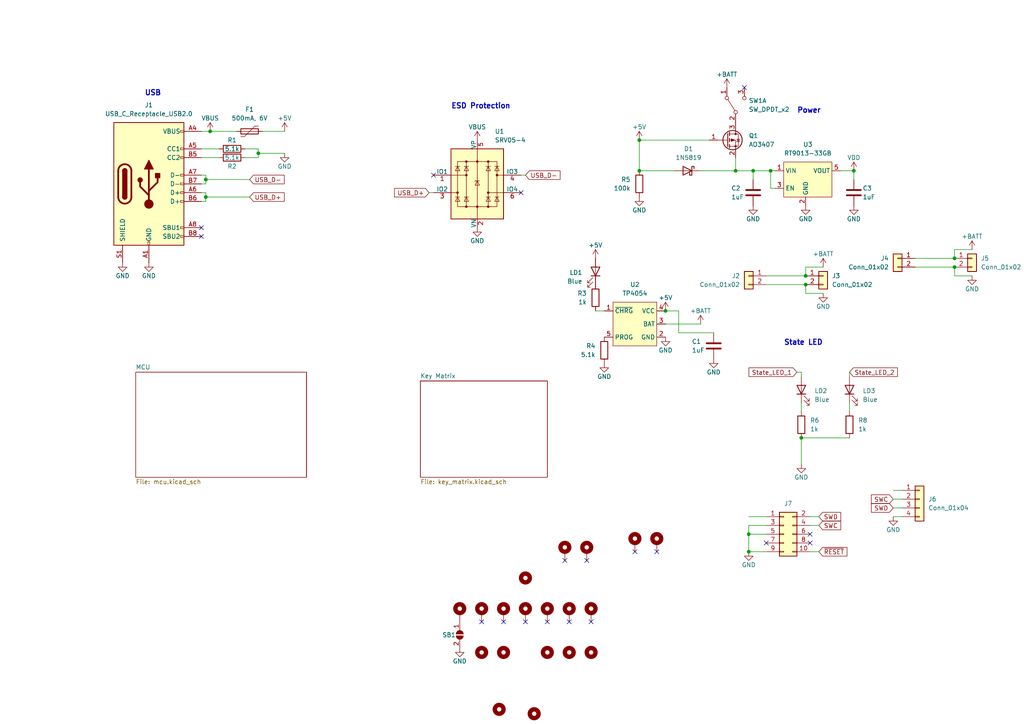
<source format=kicad_sch>
(kicad_sch (version 20230121) (generator eeschema)
  (paper "A4")
  (title_block (title "Calcite60 Keyboard") (rev "1.0") (company "SideraKB") (comment 1 "MIT License (Open source hardware)") (comment 2 "Kailh Choc V1 (PG1350) Low Profile Switches"))
  (lib_symbols
    (symbol "Connector:USB_C_Receptacle_USB2.0" (pin_names (offset 1.016))
      (property "Reference" "J" (at -10.16 19.05 0))
      (property "Value" "USB_C_Receptacle_USB2.0" (at 19.05 19.05 0))
      (symbol "USB_C_Receptacle_USB2.0_0_0"
        (rectangle (start -0.254 -17.78) (end 0.254 -16.764))
        (rectangle (start 10.16 -14.986) (end 9.144 -15.494))
        (rectangle (start 10.16 -12.446) (end 9.144 -12.954))
        (rectangle (start 10.16 -4.826) (end 9.144 -5.334))
        (rectangle (start 10.16 -2.286) (end 9.144 -2.794))
        (rectangle (start 10.16 0.254) (end 9.144 -0.254))
        (rectangle (start 10.16 2.794) (end 9.144 2.286))
        (rectangle (start 10.16 7.874) (end 9.144 7.366))
        (rectangle (start 10.16 10.414) (end 9.144 9.906))
        (rectangle (start 10.16 15.494) (end 9.144 14.986))
      )
      (symbol "USB_C_Receptacle_USB2.0_0_1"
        (rectangle (start -10.16 17.78) (end 10.16 -17.78) (stroke (width 0.254)) (fill (type background)))
        (arc (start -8.89 -3.81) (mid -6.985 -5.7067) (end -5.08 -3.81) (stroke (width 0.508)))
        (arc (start -7.62 -3.81) (mid -6.985 -4.4423) (end -6.35 -3.81) (stroke (width 0.254)))
        (arc (start -7.62 -3.81) (mid -6.985 -4.4423) (end -6.35 -3.81) (stroke (width 0.254)) (fill (type outline)))
        (rectangle (start -7.62 -3.81) (end -6.35 3.81) (stroke (width 0.254)) (fill (type outline)))
        (arc (start -6.35 3.81) (mid -6.985 4.4423) (end -7.62 3.81) (stroke (width 0.254)))
        (arc (start -6.35 3.81) (mid -6.985 4.4423) (end -7.62 3.81) (stroke (width 0.254)) (fill (type outline)))
        (arc (start -5.08 3.81) (mid -6.985 5.7067) (end -8.89 3.81) (stroke (width 0.508)))
        (circle (center -2.54 1.143) (radius 0.635) (stroke (width 0.254)) (fill (type outline)))
        (circle (center 0 -5.842) (radius 1.27) (fill (type outline)))
        (polyline (pts (xy -8.89 -3.81) (xy -8.89 3.81)) (stroke (width 0.508)))
        (polyline (pts (xy -5.08 3.81) (xy -5.08 -3.81)) (stroke (width 0.508)))
        (polyline (pts (xy 0 -5.842) (xy 0 4.318)) (stroke (width 0.508)))
        (polyline (pts (xy 0 -3.302) (xy -2.54 -0.762) (xy -2.54 0.508)) (stroke (width 0.508)))
        (polyline (pts (xy 0 -2.032) (xy 2.54 0.508) (xy 2.54 1.778)) (stroke (width 0.508)))
        (polyline (pts (xy -1.27 4.318) (xy 0 6.858) (xy 1.27 4.318) (xy -1.27 4.318)) (stroke (width 0.254)) (fill (type outline)))
        (rectangle (start 1.905 1.778) (end 3.175 3.048) (stroke (width 0.254)) (fill (type outline)))
      )
      (symbol "USB_C_Receptacle_USB2.0_1_1"
        (pin passive line (at 0 -22.86 90) (length 5.08) (name "GND") (number "A1"))
        (pin passive line (at 0 -22.86 90) (length 5.08) hide (name "GND") (number "A12"))
        (pin passive line (at 15.24 15.24 180) (length 5.08) (name "VBUS") (number "A4"))
        (pin bidirectional line (at 15.24 10.16 180) (length 5.08) (name "CC1") (number "A5"))
        (pin bidirectional line (at 15.24 -2.54 180) (length 5.08) (name "D+") (number "A6"))
        (pin bidirectional line (at 15.24 2.54 180) (length 5.08) (name "D-") (number "A7"))
        (pin bidirectional line (at 15.24 -12.7 180) (length 5.08) (name "SBU1") (number "A8"))
        (pin passive line (at 15.24 15.24 180) (length 5.08) hide (name "VBUS") (number "A9"))
        (pin passive line (at 0 -22.86 90) (length 5.08) hide (name "GND") (number "B1"))
        (pin passive line (at 0 -22.86 90) (length 5.08) hide (name "GND") (number "B12"))
        (pin passive line (at 15.24 15.24 180) (length 5.08) hide (name "VBUS") (number "B4"))
        (pin bidirectional line (at 15.24 7.62 180) (length 5.08) (name "CC2") (number "B5"))
        (pin bidirectional line (at 15.24 -5.08 180) (length 5.08) (name "D+") (number "B6"))
        (pin bidirectional line (at 15.24 0 180) (length 5.08) (name "D-") (number "B7"))
        (pin bidirectional line (at 15.24 -15.24 180) (length 5.08) (name "SBU2") (number "B8"))
        (pin passive line (at 15.24 15.24 180) (length 5.08) hide (name "VBUS") (number "B9"))
        (pin passive line (at -7.62 -22.86 90) (length 5.08) (name "SHIELD") (number "S1"))
      )
    )
    (symbol "Connector_Generic:Conn_01x02" (pin_names (offset 1.016) hide)
      (property "Reference" "J" (at 0 2.54 0))
      (property "Value" "Conn_01x02" (at 0 -5.08 0))
      (symbol "Conn_01x02_1_1"
        (rectangle (start -1.27 -2.413) (end 0 -2.667) (stroke (width 0.1524)))
        (rectangle (start -1.27 0.127) (end 0 -0.127) (stroke (width 0.1524)))
        (rectangle (start -1.27 1.27) (end 1.27 -3.81) (stroke (width 0.254)) (fill (type background)))
        (pin passive line (at -5.08 0 0) (length 3.81) (name "Pin_1") (number "1"))
        (pin passive line (at -5.08 -2.54 0) (length 3.81) (name "Pin_2") (number "2"))
      )
    )
    (symbol "Connector_Generic:Conn_01x04" (pin_names (offset 1.016) hide)
      (property "Reference" "J" (at 0 5.08 0))
      (property "Value" "Conn_01x04" (at 0 -7.62 0))
      (symbol "Conn_01x04_1_1"
        (rectangle (start -1.27 -4.953) (end 0 -5.207) (stroke (width 0.1524)))
        (rectangle (start -1.27 -2.413) (end 0 -2.667) (stroke (width 0.1524)))
        (rectangle (start -1.27 0.127) (end 0 -0.127) (stroke (width 0.1524)))
        (rectangle (start -1.27 2.667) (end 0 2.413) (stroke (width 0.1524)))
        (rectangle (start -1.27 3.81) (end 1.27 -6.35) (stroke (width 0.254)) (fill (type background)))
        (pin passive line (at -5.08 2.54 0) (length 3.81) (name "Pin_1") (number "1"))
        (pin passive line (at -5.08 0 0) (length 3.81) (name "Pin_2") (number "2"))
        (pin passive line (at -5.08 -2.54 0) (length 3.81) (name "Pin_3") (number "3"))
        (pin passive line (at -5.08 -5.08 0) (length 3.81) (name "Pin_4") (number "4"))
      )
    )
    (symbol "Connector_Generic:Conn_02x05_Odd_Even" (pin_names (offset 1.016) hide)
      (property "Reference" "J" (at 1.27 7.62 0))
      (property "Value" "Conn_02x05_Odd_Even" (at 1.27 -7.62 0))
      (symbol "Conn_02x05_Odd_Even_1_1"
        (rectangle (start -1.27 -4.953) (end 0 -5.207) (stroke (width 0.1524)))
        (rectangle (start -1.27 -2.413) (end 0 -2.667) (stroke (width 0.1524)))
        (rectangle (start -1.27 0.127) (end 0 -0.127) (stroke (width 0.1524)))
        (rectangle (start -1.27 2.667) (end 0 2.413) (stroke (width 0.1524)))
        (rectangle (start -1.27 5.207) (end 0 4.953) (stroke (width 0.1524)))
        (rectangle (start -1.27 6.35) (end 3.81 -6.35) (stroke (width 0.254)) (fill (type background)))
        (rectangle (start 3.81 -4.953) (end 2.54 -5.207) (stroke (width 0.1524)))
        (rectangle (start 3.81 -2.413) (end 2.54 -2.667) (stroke (width 0.1524)))
        (rectangle (start 3.81 0.127) (end 2.54 -0.127) (stroke (width 0.1524)))
        (rectangle (start 3.81 2.667) (end 2.54 2.413) (stroke (width 0.1524)))
        (rectangle (start 3.81 5.207) (end 2.54 4.953) (stroke (width 0.1524)))
        (pin passive line (at -5.08 5.08 0) (length 3.81) (name "Pin_1") (number "1"))
        (pin passive line (at 7.62 -5.08 180) (length 3.81) (name "Pin_10") (number "10"))
        (pin passive line (at 7.62 5.08 180) (length 3.81) (name "Pin_2") (number "2"))
        (pin passive line (at -5.08 2.54 0) (length 3.81) (name "Pin_3") (number "3"))
        (pin passive line (at 7.62 2.54 180) (length 3.81) (name "Pin_4") (number "4"))
        (pin passive line (at -5.08 0 0) (length 3.81) (name "Pin_5") (number "5"))
        (pin passive line (at 7.62 0 180) (length 3.81) (name "Pin_6") (number "6"))
        (pin passive line (at -5.08 -2.54 0) (length 3.81) (name "Pin_7") (number "7"))
        (pin passive line (at 7.62 -2.54 180) (length 3.81) (name "Pin_8") (number "8"))
        (pin passive line (at -5.08 -5.08 0) (length 3.81) (name "Pin_9") (number "9"))
      )
    )
    (symbol "Device:C" (pin_numbers hide) (pin_names (offset 0.254))
      (property "Reference" "C" (at 0.635 2.54 0))
      (property "Value" "C" (at 0.635 -2.54 0))
      (symbol "C_0_1"
        (polyline (pts (xy -2.032 -0.762) (xy 2.032 -0.762)) (stroke (width 0.508)))
        (polyline (pts (xy -2.032 0.762) (xy 2.032 0.762)) (stroke (width 0.508)))
      )
      (symbol "C_1_1"
        (pin passive line (at 0 3.81 270) (length 2.794) (name "~") (number "1"))
        (pin passive line (at 0 -3.81 90) (length 2.794) (name "~") (number "2"))
      )
    )
    (symbol "Device:LED" (pin_numbers hide) (pin_names (offset 1.016) hide)
      (property "Reference" "D" (at 0 2.54 0))
      (property "Value" "LED" (at 0 -2.54 0))
      (symbol "LED_0_1"
        (polyline (pts (xy -1.27 -1.27) (xy -1.27 1.27)) (stroke (width 0.254)))
        (polyline (pts (xy -1.27 0) (xy 1.27 0)))
        (polyline (pts (xy 1.27 -1.27) (xy 1.27 1.27) (xy -1.27 0) (xy 1.27 -1.27)) (stroke (width 0.254)))
        (polyline (pts (xy -3.048 -0.762) (xy -4.572 -2.286) (xy -3.81 -2.286) (xy -4.572 -2.286) (xy -4.572 -1.524)))
        (polyline (pts (xy -1.778 -0.762) (xy -3.302 -2.286) (xy -2.54 -2.286) (xy -3.302 -2.286) (xy -3.302 -1.524)))
      )
      (symbol "LED_1_1"
        (pin passive line (at -3.81 0 0) (length 2.54) (name "K") (number "1"))
        (pin passive line (at 3.81 0 180) (length 2.54) (name "A") (number "2"))
      )
    )
    (symbol "Device:Polyfuse" (pin_numbers hide) (pin_names (offset 0))
      (property "Reference" "F" (at -2.54 0 90))
      (property "Value" "Polyfuse" (at 2.54 0 90))
      (symbol "Polyfuse_0_1"
        (rectangle (start -0.762 2.54) (end 0.762 -2.54) (stroke (width 0.254)))
        (polyline (pts (xy 0 2.54) (xy 0 -2.54)))
        (polyline (pts (xy -1.524 2.54) (xy -1.524 1.524) (xy 1.524 -1.524) (xy 1.524 -2.54)))
      )
      (symbol "Polyfuse_1_1"
        (pin passive line (at 0 3.81 270) (length 1.27) (name "~") (number "1"))
        (pin passive line (at 0 -3.81 90) (length 1.27) (name "~") (number "2"))
      )
    )
    (symbol "Device:R" (pin_numbers hide) (pin_names (offset 0))
      (property "Reference" "R" (at 2.032 0 90))
      (property "Value" "R" (at 0 0 90))
      (symbol "R_0_1"
        (rectangle (start -1.016 -2.54) (end 1.016 2.54) (stroke (width 0.254)))
      )
      (symbol "R_1_1"
        (pin passive line (at 0 3.81 270) (length 1.27) (name "~") (number "1"))
        (pin passive line (at 0 -3.81 90) (length 1.27) (name "~") (number "2"))
      )
    )
    (symbol "Diode:1N5819" (pin_numbers hide) (pin_names (offset 1.016) hide)
      (property "Reference" "D" (at 0 2.54 0))
      (property "Value" "1N5819" (at 0 -2.54 0))
      (symbol "1N5819_0_1"
        (polyline (pts (xy 1.27 0) (xy -1.27 0)))
        (polyline (pts (xy 1.27 1.27) (xy 1.27 -1.27) (xy -1.27 0) (xy 1.27 1.27)) (stroke (width 0.254)))
        (polyline (pts (xy -1.905 0.635) (xy -1.905 1.27) (xy -1.27 1.27) (xy -1.27 -1.27) (xy -0.635 -1.27) (xy -0.635 -0.635)) (stroke (width 0.254)))
      )
      (symbol "1N5819_1_1"
        (pin passive line (at -3.81 0 0) (length 2.54) (name "K") (number "1"))
        (pin passive line (at 3.81 0 180) (length 2.54) (name "A") (number "2"))
      )
    )
    (symbol "Jumper:SolderJumper_2_Open" (pin_names (offset 0) hide)
      (property "Reference" "JP" (at 0 2.032 0))
      (property "Value" "SolderJumper_2_Open" (at 0 -2.54 0))
      (symbol "SolderJumper_2_Open_0_1"
        (arc (start -0.254 1.016) (mid -1.2656 0) (end -0.254 -1.016))
        (arc (start -0.254 1.016) (mid -1.2656 0) (end -0.254 -1.016) (fill (type outline)))
        (polyline (pts (xy -0.254 1.016) (xy -0.254 -1.016)))
        (polyline (pts (xy 0.254 1.016) (xy 0.254 -1.016)))
        (arc (start 0.254 -1.016) (mid 1.2656 0) (end 0.254 1.016))
        (arc (start 0.254 -1.016) (mid 1.2656 0) (end 0.254 1.016) (fill (type outline)))
      )
      (symbol "SolderJumper_2_Open_1_1"
        (pin passive line (at -3.81 0 0) (length 2.54) (name "A") (number "1"))
        (pin passive line (at 3.81 0 180) (length 2.54) (name "B") (number "2"))
      )
    )
    (symbol "Mechanical:MountingHole" (pin_names (offset 1.016))
      (property "Reference" "H" (at 0 5.08 0))
      (property "Value" "MountingHole" (at 0 3.175 0))
      (symbol "MountingHole_0_1"
        (circle (center 0 0) (radius 1.27) (stroke (width 1.27)))
      )
    )
    (symbol "Mechanical:MountingHole_Pad" (pin_numbers hide) (pin_names (offset 1.016) hide)
      (property "Reference" "H" (at 0 6.35 0))
      (property "Value" "MountingHole_Pad" (at 0 4.445 0))
      (symbol "MountingHole_Pad_0_1"
        (circle (center 0 1.27) (radius 1.27) (stroke (width 1.27)))
      )
      (symbol "MountingHole_Pad_1_1"
        (pin input line (at 0 -2.54 90) (length 2.54) (name "1") (number "1"))
      )
    )
    (symbol "Power_Protection:SRV05-4" (pin_names (offset 0))
      (property "Reference" "U" (at -5.08 11.43 0))
      (property "Value" "SRV05-4" (at 2.54 11.43 0))
      (symbol "SRV05-4_0_0"
        (rectangle (start -5.715 6.477) (end 5.715 -6.604))
        (polyline (pts (xy -3.175 -6.604) (xy -3.175 6.477)))
        (polyline (pts (xy 3.175 6.477) (xy 3.175 -6.604)))
      )
      (symbol "SRV05-4_0_1"
        (rectangle (start -7.62 10.16) (end 7.62 -10.16) (stroke (width 0.254)) (fill (type background)))
        (circle (center -5.715 -2.54) (radius 0.2794) (fill (type outline)))
        (circle (center -3.175 -6.604) (radius 0.2794) (fill (type outline)))
        (circle (center -3.175 2.54) (radius 0.2794) (fill (type outline)))
        (circle (center -3.175 6.477) (radius 0.2794) (fill (type outline)))
        (circle (center 0 -6.604) (radius 0.2794) (fill (type outline)))
        (polyline (pts (xy -7.747 2.54) (xy -3.175 2.54)))
        (polyline (pts (xy -7.62 -2.54) (xy -5.715 -2.54)))
        (polyline (pts (xy -5.08 -3.81) (xy -6.35 -3.81)))
        (polyline (pts (xy -5.08 5.08) (xy -6.35 5.08)))
        (polyline (pts (xy -2.54 -3.81) (xy -3.81 -3.81)))
        (polyline (pts (xy -2.54 5.08) (xy -3.81 5.08)))
        (polyline (pts (xy 0 10.16) (xy 0 -10.16)))
        (polyline (pts (xy 3.81 -3.81) (xy 2.54 -3.81)))
        (polyline (pts (xy 3.81 5.08) (xy 2.54 5.08)))
        (polyline (pts (xy 6.35 -3.81) (xy 5.08 -3.81)))
        (polyline (pts (xy 6.35 5.08) (xy 5.08 5.08)))
        (polyline (pts (xy 7.62 -2.54) (xy 3.175 -2.54)))
        (polyline (pts (xy 7.62 2.54) (xy 5.715 2.54)))
        (polyline (pts (xy 0.635 0.889) (xy -0.635 0.889) (xy -0.635 0.635)))
        (polyline (pts (xy -5.08 -5.08) (xy -6.35 -5.08) (xy -5.715 -3.81) (xy -5.08 -5.08)))
        (polyline (pts (xy -5.08 3.81) (xy -6.35 3.81) (xy -5.715 5.08) (xy -5.08 3.81)))
        (polyline (pts (xy -2.54 -5.08) (xy -3.81 -5.08) (xy -3.175 -3.81) (xy -2.54 -5.08)))
        (polyline (pts (xy -2.54 3.81) (xy -3.81 3.81) (xy -3.175 5.08) (xy -2.54 3.81)))
        (polyline (pts (xy 0.635 -0.381) (xy -0.635 -0.381) (xy 0 0.889) (xy 0.635 -0.381)))
        (polyline (pts (xy 3.81 -5.08) (xy 2.54 -5.08) (xy 3.175 -3.81) (xy 3.81 -5.08)))
        (polyline (pts (xy 3.81 3.81) (xy 2.54 3.81) (xy 3.175 5.08) (xy 3.81 3.81)))
        (polyline (pts (xy 6.35 -5.08) (xy 5.08 -5.08) (xy 5.715 -3.81) (xy 6.35 -5.08)))
        (polyline (pts (xy 6.35 3.81) (xy 5.08 3.81) (xy 5.715 5.08) (xy 6.35 3.81)))
        (circle (center 0 6.477) (radius 0.2794) (fill (type outline)))
        (circle (center 3.175 -6.604) (radius 0.2794) (fill (type outline)))
        (circle (center 3.175 -2.54) (radius 0.2794) (fill (type outline)))
        (circle (center 3.175 6.477) (radius 0.2794) (fill (type outline)))
        (circle (center 5.715 2.54) (radius 0.2794) (fill (type outline)))
      )
      (symbol "SRV05-4_1_1"
        (pin passive line (at -12.7 2.54 0) (length 5.08) (name "IO1") (number "1"))
        (pin passive line (at 0 -12.7 90) (length 2.54) (name "VN") (number "2"))
        (pin passive line (at -12.7 -2.54 0) (length 5.08) (name "IO2") (number "3"))
        (pin passive line (at 12.7 2.54 180) (length 5.08) (name "IO3") (number "4"))
        (pin passive line (at 0 12.7 270) (length 2.54) (name "VP") (number "5"))
        (pin passive line (at 12.7 -2.54 180) (length 5.08) (name "IO4") (number "6"))
      )
    )
    (symbol "Switch:SW_DPDT_x2" (pin_names (offset 0) hide)
      (property "Reference" "SW" (at 0 4.318 0))
      (property "Value" "SW_DPDT_x2" (at 0 -5.08 0))
      (symbol "SW_DPDT_x2_0_0"
        (circle (center -2.032 0) (radius 0.508))
        (circle (center 2.032 -2.54) (radius 0.508))
      )
      (symbol "SW_DPDT_x2_0_1"
        (polyline (pts (xy -1.524 0.254) (xy 1.651 2.286)))
        (circle (center 2.032 2.54) (radius 0.508))
      )
      (symbol "SW_DPDT_x2_1_1"
        (pin passive line (at 5.08 2.54 180) (length 2.54) (name "A") (number "1"))
        (pin passive line (at -5.08 0 0) (length 2.54) (name "B") (number "2"))
        (pin passive line (at 5.08 -2.54 180) (length 2.54) (name "C") (number "3"))
      )
      (symbol "SW_DPDT_x2_2_1"
        (pin passive line (at 5.08 2.54 180) (length 2.54) (name "A") (number "4"))
        (pin passive line (at -5.08 0 0) (length 2.54) (name "B") (number "5"))
        (pin passive line (at 5.08 -2.54 180) (length 2.54) (name "C") (number "6"))
      )
    )
    (symbol "Transistor_FET:AO3401A" (pin_names hide)
      (property "Reference" "Q" (at 5.08 1.905 0))
      (property "Value" "AO3401A" (at 5.08 0 0))
      (symbol "AO3401A_0_1"
        (polyline (pts (xy 0.254 0) (xy -2.54 0)))
        (polyline (pts (xy 0.254 1.905) (xy 0.254 -1.905)) (stroke (width 0.254)))
        (polyline (pts (xy 0.762 -1.27) (xy 0.762 -2.286)) (stroke (width 0.254)))
        (polyline (pts (xy 0.762 0.508) (xy 0.762 -0.508)) (stroke (width 0.254)))
        (polyline (pts (xy 0.762 2.286) (xy 0.762 1.27)) (stroke (width 0.254)))
        (polyline (pts (xy 2.54 2.54) (xy 2.54 1.778)))
        (polyline (pts (xy 2.54 -2.54) (xy 2.54 0) (xy 0.762 0)))
        (polyline (pts (xy 0.762 1.778) (xy 3.302 1.778) (xy 3.302 -1.778) (xy 0.762 -1.778)))
        (polyline (pts (xy 2.286 0) (xy 1.27 0.381) (xy 1.27 -0.381) (xy 2.286 0)) (fill (type outline)))
        (polyline (pts (xy 2.794 -0.508) (xy 2.921 -0.381) (xy 3.683 -0.381) (xy 3.81 -0.254)))
        (polyline (pts (xy 3.302 -0.381) (xy 2.921 0.254) (xy 3.683 0.254) (xy 3.302 -0.381)))
        (circle (center 1.651 0) (radius 2.794) (stroke (width 0.254)))
        (circle (center 2.54 -1.778) (radius 0.254) (fill (type outline)))
        (circle (center 2.54 1.778) (radius 0.254) (fill (type outline)))
      )
      (symbol "AO3401A_1_1"
        (pin input line (at -5.08 0 0) (length 2.54) (name "G") (number "1"))
        (pin passive line (at 2.54 -5.08 90) (length 2.54) (name "S") (number "2"))
        (pin passive line (at 2.54 5.08 270) (length 2.54) (name "D") (number "3"))
      )
    )
    (symbol "calcite:TP4054"
      (property "Reference" "U" (at 0 11.43 0))
      (property "Value" "TP4054" (at 0 8.89 0))
      (symbol "TP4054_1_1"
        (rectangle (start -6.35 6.35) (end 6.35 -6.35) (fill (type background)))
        (pin output line (at -8.89 3.81 0) (length 2.54) (name "~{CHRG}") (number "1"))
        (pin power_in line (at 8.89 -3.81 180) (length 2.54) (name "GND") (number "2"))
        (pin power_out line (at 8.89 0 180) (length 2.54) (name "BAT") (number "3"))
        (pin power_in line (at 8.89 3.81 180) (length 2.54) (name "VCC") (number "4"))
        (pin input line (at -8.89 -3.81 0) (length 2.54) (name "PROG") (number "5"))
      )
    )
    (symbol "power:+5V" (power) (pin_names (offset 0))
      (property "Value" "+5V" (at 0 3.556 0))
      (symbol "+5V_0_1"
        (polyline (pts (xy -0.762 1.27) (xy 0 2.54)))
        (polyline (pts (xy 0 0) (xy 0 2.54)))
        (polyline (pts (xy 0 2.54) (xy 0.762 1.27)))
      )
      (symbol "+5V_1_1"
        (pin power_in line (at 0 0 90) (length 0) hide (name "+5V") (number "1"))
      )
    )
    (symbol "power:+BATT" (power) (pin_names (offset 0))
      (property "Value" "+BATT" (at 0 3.556 0))
      (symbol "+BATT_0_1"
        (polyline (pts (xy -0.762 1.27) (xy 0 2.54)))
        (polyline (pts (xy 0 0) (xy 0 2.54)))
        (polyline (pts (xy 0 2.54) (xy 0.762 1.27)))
      )
      (symbol "+BATT_1_1"
        (pin power_in line (at 0 0 90) (length 0) hide (name "+BATT") (number "1"))
      )
    )
    (symbol "power:GND" (power) (pin_names (offset 0))
      (property "Value" "GND" (at 0 -3.81 0))
      (symbol "GND_0_1"
        (polyline (pts (xy 0 0) (xy 0 -1.27) (xy 1.27 -1.27) (xy 0 -2.54) (xy -1.27 -1.27) (xy 0 -1.27)))
      )
      (symbol "GND_1_1"
        (pin power_in line (at 0 0 270) (length 0) hide (name "GND") (number "1"))
      )
    )
    (symbol "power:VBUS" (power) (pin_names (offset 0))
      (property "Value" "VBUS" (at 0 3.81 0))
      (symbol "VBUS_0_1"
        (polyline (pts (xy -0.762 1.27) (xy 0 2.54)))
        (polyline (pts (xy 0 0) (xy 0 2.54)))
        (polyline (pts (xy 0 2.54) (xy 0.762 1.27)))
      )
      (symbol "VBUS_1_1"
        (pin power_in line (at 0 0 90) (length 0) hide (name "VBUS") (number "1"))
      )
    )
    (symbol "power:VDD" (power) (pin_names (offset 0))
      (property "Value" "VDD" (at 0 3.81 0))
      (symbol "VDD_0_1"
        (polyline (pts (xy -0.762 1.27) (xy 0 2.54)))
        (polyline (pts (xy 0 0) (xy 0 2.54)))
        (polyline (pts (xy 0 2.54) (xy 0.762 1.27)))
      )
      (symbol "VDD_1_1"
        (pin power_in line (at 0 0 90) (length 0) hide (name "VDD") (number "1"))
      )
    )
    (symbol "rp-micro:RT9013-33GB"
      (property "Reference" "U?" (at 0 8.89 0))
      (property "Value" "RT9013-33GB" (at 0 6.35 0))
      (symbol "RT9013-33GB_0_0"
        (pin no_connect non_logic (at 10.16 -2.54 180) (length 2.54) hide (name "NC") (number "4"))
      )
      (symbol "RT9013-33GB_0_1"
        (rectangle (start -6.35 5.08) (end 7.62 -5.08) (fill (type background)))
      )
      (symbol "RT9013-33GB_1_1"
        (pin power_in line (at -8.89 2.54 0) (length 2.54) (name "VIN") (number "1"))
        (pin power_in line (at 0 -7.62 90) (length 2.54) (name "GND") (number "2"))
        (pin input line (at -8.89 -2.54 0) (length 2.54) (name "EN") (number "3"))
        (pin power_out line (at 10.16 2.54 180) (length 2.54) (name "VOUT") (number "5"))
      )
    )
  )
  (junction (at 276.86 77.47))
  (junction (at 247.65 49.53))
  (junction (at 213.36 49.53))
  (junction (at 233.68 82.55))
  (junction (at 233.68 80.01))
  (junction (at 59.69 57.15))
  (junction (at 185.42 49.53))
  (junction (at 60.96 38.1))
  (junction (at 218.44 49.53))
  (junction (at 232.41 127))
  (junction (at 59.69 52.07))
  (junction (at 217.17 154.94))
  (junction (at 276.86 74.93))
  (junction (at 217.17 160.02))
  (junction (at 223.52 49.53))
  (junction (at 185.42 40.64))
  (junction (at 74.93 44.45))
  (junction (at 193.04 90.17))
  (no_connect (at 234.95 154.94))
  (no_connect (at 215.9 25.4))
  (no_connect (at 58.42 68.58))
  (no_connect (at 151.13 55.88))
  (no_connect (at 158.75 180.34))
  (no_connect (at 125.73 50.8))
  (no_connect (at 171.45 180.34))
  (no_connect (at 170.18 162.56))
  (no_connect (at 165.1 180.34))
  (no_connect (at 163.83 162.56))
  (no_connect (at 58.42 66.04))
  (no_connect (at 146.05 180.34))
  (no_connect (at 139.7 180.34))
  (no_connect (at 234.95 157.48))
  (no_connect (at 190.5 160.02))
  (no_connect (at 222.25 157.48))
  (no_connect (at 184.15 160.02))
  (no_connect (at 152.4 180.34))
  (wire (pts (xy 217.17 152.4) (xy 217.17 154.94)))
  (wire (pts (xy 217.17 149.86) (xy 222.25 149.86)))
  (wire (pts (xy 238.76 85.09) (xy 233.68 85.09)))
  (wire (pts (xy 74.93 45.72) (xy 71.12 45.72)))
  (wire (pts (xy 281.94 72.39) (xy 276.86 72.39)))
  (wire (pts (xy 58.42 38.1) (xy 60.96 38.1)))
  (wire (pts (xy 243.84 49.53) (xy 247.65 49.53)))
  (wire (pts (xy 217.17 154.94) (xy 217.17 160.02)))
  (wire (pts (xy 233.68 77.47) (xy 233.68 80.01)))
  (wire (pts (xy 223.52 49.53) (xy 224.79 49.53)))
  (wire (pts (xy 281.94 80.01) (xy 276.86 80.01)))
  (wire (pts (xy 265.43 74.93) (xy 276.86 74.93)))
  (wire (pts (xy 82.55 38.1) (xy 76.2 38.1)))
  (wire (pts (xy 217.17 160.02) (xy 222.25 160.02)))
  (wire (pts (xy 232.41 109.22) (xy 232.41 107.95)))
  (wire (pts (xy 172.72 90.17) (xy 175.26 90.17)))
  (wire (pts (xy 222.25 152.4) (xy 217.17 152.4)))
  (wire (pts (xy 59.69 52.07) (xy 59.69 53.34)))
  (wire (pts (xy 232.41 127) (xy 232.41 134.62)))
  (wire (pts (xy 259.08 142.24) (xy 261.62 142.24)))
  (wire (pts (xy 233.68 85.09) (xy 233.68 82.55)))
  (wire (pts (xy 276.86 80.01) (xy 276.86 77.47)))
  (wire (pts (xy 58.42 45.72) (xy 63.5 45.72)))
  (wire (pts (xy 59.69 53.34) (xy 58.42 53.34)))
  (wire (pts (xy 213.36 49.53) (xy 218.44 49.53)))
  (wire (pts (xy 218.44 49.53) (xy 223.52 49.53)))
  (wire (pts (xy 74.93 43.18) (xy 74.93 44.45)))
  (wire (pts (xy 222.25 80.01) (xy 233.68 80.01)))
  (wire (pts (xy 259.08 149.86) (xy 261.62 149.86)))
  (wire (pts (xy 246.38 116.84) (xy 246.38 119.38)))
  (wire (pts (xy 185.42 49.53) (xy 185.42 40.64)))
  (wire (pts (xy 259.08 147.32) (xy 261.62 147.32)))
  (wire (pts (xy 207.01 96.52) (xy 196.85 96.52)))
  (wire (pts (xy 59.69 50.8) (xy 59.69 52.07)))
  (wire (pts (xy 217.17 154.94) (xy 222.25 154.94)))
  (wire (pts (xy 59.69 55.88) (xy 59.69 57.15)))
  (wire (pts (xy 74.93 44.45) (xy 74.93 45.72)))
  (wire (pts (xy 247.65 49.53) (xy 247.65 52.07)))
  (wire (pts (xy 224.79 54.61) (xy 223.52 54.61)))
  (wire (pts (xy 259.08 144.78) (xy 261.62 144.78)))
  (wire (pts (xy 63.5 43.18) (xy 58.42 43.18)))
  (wire (pts (xy 74.93 44.45) (xy 82.55 44.45)))
  (wire (pts (xy 196.85 96.52) (xy 196.85 90.17)))
  (wire (pts (xy 222.25 82.55) (xy 233.68 82.55)))
  (wire (pts (xy 238.76 77.47) (xy 233.68 77.47)))
  (wire (pts (xy 223.52 54.61) (xy 223.52 49.53)))
  (wire (pts (xy 185.42 40.64) (xy 205.74 40.64)))
  (wire (pts (xy 213.36 45.72) (xy 213.36 49.53)))
  (wire (pts (xy 58.42 50.8) (xy 59.69 50.8)))
  (wire (pts (xy 203.2 49.53) (xy 213.36 49.53)))
  (wire (pts (xy 196.85 90.17) (xy 193.04 90.17)))
  (wire (pts (xy 124.46 55.88) (xy 125.73 55.88)))
  (wire (pts (xy 237.49 160.02) (xy 234.95 160.02)))
  (wire (pts (xy 276.86 72.39) (xy 276.86 74.93)))
  (wire (pts (xy 218.44 49.53) (xy 218.44 52.07)))
  (wire (pts (xy 59.69 52.07) (xy 72.39 52.07)))
  (wire (pts (xy 58.42 55.88) (xy 59.69 55.88)))
  (wire (pts (xy 74.93 43.18) (xy 71.12 43.18)))
  (wire (pts (xy 237.49 149.86) (xy 234.95 149.86)))
  (wire (pts (xy 185.42 49.53) (xy 195.58 49.53)))
  (wire (pts (xy 203.2 93.98) (xy 193.04 93.98)))
  (wire (pts (xy 246.38 109.22) (xy 246.38 107.95)))
  (wire (pts (xy 68.58 38.1) (xy 60.96 38.1)))
  (wire (pts (xy 59.69 57.15) (xy 72.39 57.15)))
  (wire (pts (xy 237.49 152.4) (xy 234.95 152.4)))
  (wire (pts (xy 59.69 57.15) (xy 59.69 58.42)))
  (wire (pts (xy 246.38 127) (xy 232.41 127)))
  (wire (pts (xy 231.14 107.95) (xy 232.41 107.95)))
  (wire (pts (xy 265.43 77.47) (xy 276.86 77.47)))
  (wire (pts (xy 58.42 58.42) (xy 59.69 58.42)))
  (wire (pts (xy 152.4 50.8) (xy 151.13 50.8)))
  (wire (pts (xy 232.41 119.38) (xy 232.41 116.84)))
  (text "ESD Protection" (at 130.81 31.75 0) (effects (font (size 1.5 1.5) (thickness 0.3) bold) (justify left bottom)))
  (text "State LED" (at 227.33 100.33 0) (effects (font (size 1.5 1.5) (thickness 0.3) bold) (justify left bottom)))
  (text "USB" (at 41.91 27.94 0) (effects (font (size 1.5 1.5) (thickness 0.3) bold) (justify left bottom)))
  (text "Power\n" (at 231.14 33.02 0) (effects (font (size 1.5 1.5) (thickness 0.3) bold) (justify left bottom)))
  (global_label "SWC" (shape input) (at 237.49 152.4 0) (property "Intersheetrefs" "${INTERSHEET_REFS}" (effects hide)))
  (global_label "SWC" (shape input) (at 259.08 144.78 180) (property "Intersheetrefs" "${INTERSHEET_REFS}" (effects hide)))
  (global_label "SWD" (shape input) (at 259.08 147.32 180) (property "Intersheetrefs" "${INTERSHEET_REFS}" (effects hide)))
  (global_label "SWD" (shape input) (at 237.49 149.86 0) (property "Intersheetrefs" "${INTERSHEET_REFS}" (effects hide)))
  (global_label "USB_D+" (shape input) (at 124.46 55.88 180) (property "Intersheetrefs" "${INTERSHEET_REFS}" (effects hide)))
  (global_label "USB_D-" (shape input) (at 72.39 52.07 0) (property "Intersheetrefs" "${INTERSHEET_REFS}" (effects hide)))
  (global_label "USB_D-" (shape input) (at 152.4 50.8 0) (property "Intersheetrefs" "${INTERSHEET_REFS}" (effects hide)))
  (global_label "~{RESET}" (shape input) (at 237.49 160.02 0) (property "Intersheetrefs" "${INTERSHEET_REFS}" (effects hide)))
  (global_label "State_LED_2" (shape input) (at 246.38 107.95 0) (property "Intersheetrefs" "${INTERSHEET_REFS}" (effects hide)))
  (global_label "State_LED_1" (shape input) (at 231.14 107.95 180) (property "Intersheetrefs" "${INTERSHEET_REFS}" (effects hide)))
  (global_label "USB_D+" (shape input) (at 72.39 57.15 0) (property "Intersheetrefs" "${INTERSHEET_REFS}" (effects hide)))
  (symbol (lib_id "Mechanical:MountingHole") (at 158.75 189.23 0) (unit 1) (in_bom no)
    (property "Reference" "H9" (effects hide))
    (property "Value" "MountingHole" (effects hide))
    (property "Footprint" "calcite:MountingHale_M2" (effects hide))
  )
  (symbol (lib_id "Connector_Generic:Conn_01x02") (at 238.76 80.01 0) (unit 1)
    (property "Reference" "J3" (at 241.3 80.01 0) (effects (justify left)))
    (property "Value" "Conn_01x02" (at 241.3 82.55 0) (effects (justify left)))
    (property "Footprint" "Connector_JST:JST_PH_S2B-PH-K_1x02_P2.00mm_Horizontal" (effects hide))
  )
  (symbol (lib_id "Device:R") (at 246.38 123.19 0) (mirror y) (unit 1)
    (property "Reference" "R8" (at 248.92 121.92 0) (effects (justify right)))
    (property "Value" "1k" (at 248.92 124.46 0) (effects (justify right)))
    (property "Footprint" "Resistor_SMD:R_0603_1608Metric" (effects hide))
    (property "MFR. Part #" "0402WGF1001TCE " (effects hide))
    (property "LCSC" "C11702" (effects hide))
  )
  (symbol (lib_id "Mechanical:MountingHole") (at 139.7 189.23 0) (unit 1) (in_bom no)
    (property "Reference" "H3" (effects hide))
    (property "Value" "MountingHole" (effects hide))
    (property "Footprint" "MountingHole:MountingHole_2.2mm_M2" (effects hide))
  )
  (symbol (lib_id "Device:R") (at 175.26 101.6 0) (unit 1)
    (property "Reference" "R4" (at 172.72 100.33 0) (effects (justify right)))
    (property "Value" "5.1k" (at 172.72 102.87 0) (effects (justify right)))
    (property "Footprint" "Resistor_SMD:R_0603_1608Metric" (effects hide))
    (property "MFR. Part #" "0402WGF1001TCE " (effects hide))
    (property "LCSC" "C11702" (effects hide))
  )
  (symbol (lib_id "Mechanical:MountingHole_Pad") (at 163.83 160.02 0) (unit 1)
    (property "Reference" "H14" (effects hide))
    (property "Value" "MountingHole" (effects hide))
    (property "Footprint" "calcite:MountingWuerth_M2" (effects hide))
    (property "LCSC" "C9900035855" (effects hide))
    (property "MFR. Part #" "9774025243R" (effects hide))
  )
  (symbol (lib_id "power:+5V") (at 172.72 74.93 0) (unit 1)
    (property "Reference" "#PWR09" (effects hide))
    (property "Value" "+5V" (at 172.72 71.12 0))
  )
  (symbol (lib_id "Jumper:SolderJumper_2_Open") (at 133.35 184.15 270) (unit 1)
    (property "Reference" "SB1" (at 128.27 184.15 90) (effects (justify left)))
    (property "Value" "SolderJumper_2_Open" (effects hide))
    (property "Footprint" "Jumper:SolderJumper-2_P1.3mm_Open_TrianglePad1.0x1.5mm" (effects hide))
  )
  (symbol (lib_id "Mechanical:MountingHole_Pad") (at 170.18 160.02 0) (unit 1)
    (property "Reference" "H15" (effects hide))
    (property "Value" "MountingHole" (effects hide))
    (property "Footprint" "calcite:MountingWuerth_M2" (effects hide))
    (property "LCSC" "C9900035855" (effects hide))
    (property "MFR. Part #" "9774025243R" (effects hide))
  )
  (symbol (lib_id "Mechanical:MountingHole_Pad") (at 139.7 177.8 0) (unit 1)
    (property "Reference" "H2" (effects hide))
    (property "Value" "MountingHole" (effects hide))
    (property "Footprint" "calcite:MountingWuerth_M2" (effects hide))
    (property "LCSC" "C9900035855" (effects hide))
    (property "MFR. Part #" "9774025243R" (effects hide))
  )
  (symbol (lib_id "power:VBUS") (at 60.96 38.1 0) (unit 1)
    (property "Reference" "#PWR03" (effects hide))
    (property "Value" "VBUS" (at 60.96 34.29 0))
  )
  (symbol (lib_id "Mechanical:MountingHole") (at 146.05 189.23 0) (unit 1) (in_bom no)
    (property "Reference" "H5" (effects hide))
    (property "Value" "MountingHole" (effects hide))
    (property "Footprint" "MountingHole:MountingHole_2.2mm_M2" (effects hide))
  )
  (symbol (lib_id "power:GND") (at 218.44 59.69 0) (unit 1)
    (property "Reference" "#PWR018" (effects hide))
    (property "Value" "GND" (at 218.44 63.5 0))
  )
  (symbol (lib_id "power:+5V") (at 82.55 38.1 0) (unit 1)
    (property "Reference" "#PWR04" (effects hide))
    (property "Value" "+5V" (at 82.55 34.29 0))
  )
  (symbol (lib_id "power:GND") (at 138.43 66.04 0) (unit 1)
    (property "Reference" "#PWR08" (effects hide))
    (property "Value" "GND" (at 138.43 69.85 0))
  )
  (symbol (lib_id "Mechanical:MountingHole_Pad") (at 184.15 157.48 0) (unit 1)
    (property "Reference" "H16" (effects hide))
    (property "Value" "MountingHole" (effects hide))
    (property "Footprint" "calcite:MountingWuerth_M2" (effects hide))
    (property "LCSC" "C9900035855" (effects hide))
    (property "MFR. Part #" "9774025243R" (effects hide))
  )
  (symbol (lib_id "Mechanical:MountingHole_Pad") (at 133.35 177.8 0) (unit 1)
    (property "Reference" "H1" (effects hide))
    (property "Value" "MountingHole" (effects hide))
    (property "Footprint" "calcite:MountingWuerth_M2" (effects hide))
    (property "LCSC" "C9900035855" (effects hide))
    (property "MFR. Part #" "9774025243R" (effects hide))
  )
  (symbol (lib_id "Mechanical:MountingHole") (at 171.45 189.23 0) (unit 1) (in_bom no)
    (property "Reference" "H13" (effects hide))
    (property "Value" "MountingHole" (effects hide))
    (property "Footprint" "calcite:MountingHale_M2" (effects hide))
  )
  (symbol (lib_id "Switch:SW_DPDT_x2") (at 213.36 30.48 90) (unit 1)
    (property "Reference" "SW1" (at 217.17 29.21 90) (effects (justify right)))
    (property "Value" "SW_DPDT_x2" (at 217.17 31.75 90) (effects (justify right)))
    (property "Footprint" "calcite:9_3.5_3.5 Switch" (effects hide))
  )
  (symbol (lib_id "Device:LED") (at 246.38 113.03 90) (unit 1)
    (property "Reference" "LD3" (at 250.19 113.3474 90) (effects (justify right)))
    (property "Value" "Blue" (at 250.19 115.8874 90) (effects (justify right)))
    (property "Footprint" "LED_SMD:LED_0603_1608Metric" (effects hide))
    (property "LCSC" "C72043" (effects hide))
    (property "MFR. Part #" "19-217/GHC-YR1S2/3T" (effects hide))
  )
  (symbol (lib_id "Connector_Generic:Conn_01x04") (at 266.7 144.78 0) (unit 1)
    (property "Reference" "J6" (at 269.24 144.78 0) (effects (justify left)))
    (property "Value" "Conn_01x04" (at 269.24 147.32 0) (effects (justify left)))
    (property "Footprint" "Connector_PinHeader_2.54mm:PinHeader_1x04_P2.54mm_Vertical" (effects hide))
  )
  (symbol (lib_id "power:GND") (at 238.76 85.09 0) (unit 1)
    (property "Reference" "#PWR022" (effects hide))
    (property "Value" "GND" (at 238.76 88.9 0))
  )
  (symbol (lib_id "Device:LED") (at 232.41 113.03 90) (unit 1)
    (property "Reference" "LD2" (at 236.22 113.3474 90) (effects (justify right)))
    (property "Value" "Blue" (at 236.22 115.8874 90) (effects (justify right)))
    (property "Footprint" "LED_SMD:LED_0603_1608Metric" (effects hide))
    (property "LCSC" "C72043" (effects hide))
    (property "MFR. Part #" "19-217/GHC-YR1S2/3T" (effects hide))
  )
  (symbol (lib_id "power:GND") (at 175.26 105.41 0) (unit 1)
    (property "Reference" "#PWR010" (effects hide))
    (property "Value" "GND" (at 175.26 109.22 0))
  )
  (symbol (lib_id "Connector_Generic:Conn_02x05_Odd_Even") (at 227.33 154.94 0) (unit 1)
    (property "Reference" "J7" (at 228.6 146.05 0))
    (property "Value" "Conn_02x05_Counter_Clockwise" (effects hide))
    (property "Footprint" "Connector_PinHeader_1.27mm:PinHeader_2x05_P1.27mm_Vertical" (effects hide))
  )
  (symbol (lib_id "power:GND") (at 233.68 59.69 0) (unit 1)
    (property "Reference" "#PWR020" (effects hide))
    (property "Value" "GND" (at 233.68 63.5 0))
  )
  (symbol (lib_id "power:GND") (at 217.17 160.02 0) (unit 1)
    (property "Reference" "#PWR038" (effects hide))
    (property "Value" "GND" (at 217.17 163.83 0))
  )
  (symbol (lib_id "Device:R") (at 232.41 123.19 0) (mirror y) (unit 1)
    (property "Reference" "R6" (at 234.95 121.92 0) (effects (justify right)))
    (property "Value" "1k" (at 234.95 124.46 0) (effects (justify right)))
    (property "Footprint" "Resistor_SMD:R_0603_1608Metric" (effects hide))
    (property "MFR. Part #" "0402WGF1001TCE " (effects hide))
    (property "LCSC" "C11702" (effects hide))
  )
  (symbol (lib_id "power:GND") (at 247.65 59.69 0) (unit 1)
    (property "Reference" "#PWR024" (effects hide))
    (property "Value" "GND" (at 247.65 63.5 0))
  )
  (symbol (lib_id "power:+5V") (at 193.04 90.17 0) (unit 1)
    (property "Reference" "#PWR013" (effects hide))
    (property "Value" "+5V" (at 193.04 86.36 0))
  )
  (symbol (lib_id "Mechanical:MountingHole_Pad") (at 146.05 177.8 0) (unit 1)
    (property "Reference" "H4" (effects hide))
    (property "Value" "MountingHole" (effects hide))
    (property "Footprint" "calcite:MountingWuerth_M2" (effects hide))
    (property "LCSC" "C9900035855" (effects hide))
    (property "MFR. Part #" "9774025243R" (effects hide))
  )
  (symbol (lib_id "power:GND") (at 281.94 80.01 0) (unit 1)
    (property "Reference" "#PWR034" (effects hide))
    (property "Value" "GND" (at 281.94 83.82 0))
  )
  (symbol (lib_id "Device:R") (at 67.31 45.72 90) (unit 1)
    (property "Reference" "R2" (at 67.31 48.26 90))
    (property "Value" "5.1k" (at 67.31 45.72 90))
    (property "Footprint" "Resistor_SMD:R_0603_1608Metric" (effects hide))
    (property "MFR. Part #" "0402WGF5101TCE" (effects hide))
    (property "LCSC" "C25905" (effects hide))
  )
  (symbol (lib_id "Connector_Generic:Conn_01x02") (at 281.94 74.93 0) (unit 1)
    (property "Reference" "J5" (at 284.48 74.93 0) (effects (justify left)))
    (property "Value" "Conn_01x02" (at 284.48 77.47 0) (effects (justify left)))
    (property "Footprint" "Connector_JST:JST_PH_S2B-PH-K_1x02_P2.00mm_Horizontal" (effects hide))
  )
  (symbol (lib_id "power:GND") (at 82.55 44.45 0) (unit 1)
    (property "Reference" "#PWR05" (effects hide))
    (property "Value" "GND" (at 82.55 48.26 0))
  )
  (symbol (lib_id "Mechanical:MountingHole") (at 143.51 224.79 0) (unit 1) (in_bom no)
    (property "Reference" "H22" (effects hide))
    (property "Value" "MountingHole" (effects hide))
    (property "Footprint" "calcite:mouse_bite" (effects hide))
  )
  (symbol (lib_id "power:+BATT") (at 238.76 77.47 0) (unit 1)
    (property "Reference" "#PWR021" (effects hide))
    (property "Value" "+BATT" (at 238.76 73.66 0))
  )
  (symbol (lib_id "Device:C") (at 207.01 100.33 0) (unit 1)
    (property "Reference" "C1" (at 200.66 99.06 0) (effects (justify left)))
    (property "Value" "1uF" (at 200.66 101.6 0) (effects (justify left)))
    (property "Footprint" "Capacitor_SMD:C_0603_1608Metric" (effects hide))
    (property "MFR. Part #" "CL05A105KA5NQNC" (effects hide))
    (property "LCSC" "C52923" (effects hide))
  )
  (symbol (lib_id "power:GND") (at 185.42 57.15 0) (unit 1)
    (property "Reference" "#PWR012" (effects hide))
    (property "Value" "GND" (at 185.42 60.96 0))
  )
  (symbol (lib_id "power:+BATT") (at 281.94 72.39 0) (unit 1)
    (property "Reference" "#PWR033" (effects hide))
    (property "Value" "+BATT" (at 281.94 68.58 0))
  )
  (symbol (lib_id "Mechanical:MountingHole") (at 153.67 226.06 0) (unit 1) (in_bom no)
    (property "Reference" "H23" (effects hide))
    (property "Value" "MountingHole" (effects hide))
    (property "Footprint" "calcite:mouse_bite" (effects hide))
  )
  (symbol (lib_id "power:GND") (at 207.01 104.14 0) (unit 1)
    (property "Reference" "#PWR016" (effects hide))
    (property "Value" "GND" (at 207.01 107.95 0))
  )
  (symbol (lib_id "Connector:USB_C_Receptacle_USB2.0") (at 43.18 53.34 0) (unit 1)
    (property "Reference" "J1" (at 43.18 30.48 0))
    (property "Value" "USB_C_Receptacle_USB2.0" (at 43.18 33.02 0))
    (property "Footprint" "Connector_USB:USB_C_Receptacle_HRO_TYPE-C-31-M-12" (effects hide))
    (property "Datasheet" "https://www.usb.org/sites/default/files/documents/usb_type-c.zip" (effects hide))
    (property "MFR. Part #" "TYPE-C-31-M-12" (effects hide))
    (property "LCSC" "C165948" (effects hide))
  )
  (symbol (lib_id "power:GND") (at 193.04 97.79 0) (unit 1)
    (property "Reference" "#PWR014" (effects hide))
    (property "Value" "GND" (at 193.04 101.6 0))
  )
  (symbol (lib_id "Transistor_FET:AO3401A") (at 210.82 40.64 0) (unit 1)
    (property "Reference" "Q1" (at 217.17 39.37 0) (effects (justify left)))
    (property "Value" "AO3407" (at 217.17 41.91 0) (effects (justify left)))
    (property "Footprint" "Package_TO_SOT_SMD:SOT-23" (effects hide))
    (property "Datasheet" "http://www.aosmd.com/pdfs/datasheet/AO3401A.pdf" (effects hide))
  )
  (symbol (lib_id "Mechanical:MountingHole") (at 160.02 215.9 0) (unit 1) (in_bom no)
    (property "Reference" "H24" (effects hide))
    (property "Value" "MountingHole" (effects hide))
    (property "Footprint" "calcite:mouse_bite" (effects hide))
  )
  (symbol (lib_id "Mechanical:MountingHole") (at 165.1 189.23 0) (unit 1) (in_bom no)
    (property "Reference" "H11" (effects hide))
    (property "Value" "MountingHole" (effects hide))
    (property "Footprint" "calcite:MountingHale_M2" (effects hide))
  )
  (symbol (lib_id "Mechanical:MountingHole_Pad") (at 152.4 177.8 0) (unit 1)
    (property "Reference" "H6" (effects hide))
    (property "Value" "MountingHole" (effects hide))
    (property "Footprint" "calcite:MountingWuerth_M2" (effects hide))
    (property "LCSC" "C9900035855" (effects hide))
    (property "MFR. Part #" "9774025243R" (effects hide))
  )
  (symbol (lib_id "Power_Protection:SRV05-4") (at 138.43 53.34 0) (unit 1)
    (property "Reference" "U1" (at 143.51 38.1 0) (effects (justify left)))
    (property "Value" "SRV05-4" (at 143.51 40.64 0) (effects (justify left)))
    (property "Footprint" "Package_TO_SOT_SMD:SOT-23-6" (effects hide))
    (property "Datasheet" "http://www.onsemi.com/pub/Collateral/SRV05-4-D.PDF" (effects hide))
    (property "LCSC" "C85364" (effects hide))
    (property "MFR. Part #" "SRV05-4-P-T7" (effects hide))
  )
  (symbol (lib_id "Device:LED") (at 172.72 78.74 270) (mirror x) (unit 1)
    (property "Reference" "LD1" (at 168.91 79.0574 90) (effects (justify right)))
    (property "Value" "Blue" (at 168.91 81.5974 90) (effects (justify right)))
    (property "Footprint" "LED_SMD:LED_0603_1608Metric" (effects hide))
    (property "LCSC" "C72043" (effects hide))
    (property "MFR. Part #" "19-217/GHC-YR1S2/3T" (effects hide))
  )
  (symbol (lib_id "power:GND") (at 259.08 149.86 0) (unit 1)
    (property "Reference" "#PWR036" (effects hide))
    (property "Value" "GND" (at 259.08 153.67 0))
  )
  (symbol (lib_id "power:GND") (at 133.35 187.96 0) (unit 1)
    (property "Reference" "#PWR06" (effects hide))
    (property "Value" "GND" (at 133.35 191.77 0))
  )
  (symbol (lib_id "power:GND") (at 35.56 76.2 0) (unit 1)
    (property "Reference" "#PWR01" (effects hide))
    (property "Value" "GND" (at 35.56 80.01 0))
  )
  (symbol (lib_id "Mechanical:MountingHole_Pad") (at 190.5 157.48 0) (unit 1)
    (property "Reference" "H17" (effects hide))
    (property "Value" "MountingHole" (effects hide))
    (property "Footprint" "calcite:MountingWuerth_M2" (effects hide))
    (property "LCSC" "C9900035855" (effects hide))
    (property "MFR. Part #" "9774025243R" (effects hide))
  )
  (symbol (lib_id "power:VBUS") (at 138.43 40.64 0) (unit 1)
    (property "Reference" "#PWR07" (effects hide))
    (property "Value" "VBUS" (at 138.43 36.83 0))
  )
  (symbol (lib_id "power:GND") (at 232.41 134.62 0) (unit 1)
    (property "Reference" "#PWR019" (effects hide))
    (property "Value" "GND" (at 232.41 138.43 0))
  )
  (symbol (lib_id "power:+5V") (at 185.42 40.64 0) (unit 1)
    (property "Reference" "#PWR011" (effects hide))
    (property "Value" "+5V" (at 185.42 36.83 0))
  )
  (symbol (lib_id "Mechanical:MountingHole") (at 143.51 217.17 0) (unit 1) (in_bom no)
    (property "Reference" "H20" (effects hide))
    (property "Value" "MountingHole" (effects hide))
    (property "Footprint" "calcite:mouse_bite" (effects hide))
  )
  (symbol (lib_id "Device:R") (at 185.42 53.34 0) (unit 1)
    (property "Reference" "R5" (at 182.88 52.07 0) (effects (justify right)))
    (property "Value" "100k" (at 182.88 54.61 0) (effects (justify right)))
    (property "Footprint" "Resistor_SMD:R_0603_1608Metric" (effects hide))
    (property "MFR. Part #" "0402WGF1001TCE " (effects hide))
    (property "LCSC" "C11702" (effects hide))
  )
  (symbol (lib_id "Mechanical:MountingHole_Pad") (at 171.45 177.8 0) (unit 1)
    (property "Reference" "H12" (effects hide))
    (property "Value" "MountingHole" (effects hide))
    (property "Footprint" "calcite:MountingWuerth_M2" (effects hide))
    (property "LCSC" "C9900035855" (effects hide))
    (property "MFR. Part #" "9774025243R" (effects hide))
  )
  (symbol (lib_id "Diode:1N5819") (at 199.39 49.53 0) (mirror y) (unit 1)
    (property "Reference" "D1" (at 199.7075 43.18 0))
    (property "Value" "1N5819" (at 199.7075 45.72 0))
    (property "Footprint" "Diode_SMD:D_SOD-323_HandSoldering" (effects hide))
    (property "Datasheet" "http://www.vishay.com/docs/88525/1n5817.pdf" (effects hide))
  )
  (symbol (lib_id "Device:C") (at 247.65 55.88 0) (unit 1)
    (property "Reference" "C3" (at 250.19 54.61 0) (effects (justify left)))
    (property "Value" "1uF" (at 250.19 57.15 0) (effects (justify left)))
    (property "Footprint" "Capacitor_SMD:C_0603_1608Metric" (effects hide))
    (property "MFR. Part #" "CL05A105KA5NQNC" (effects hide))
    (property "LCSC" "C52923" (effects hide))
  )
  (symbol (lib_id "Connector_Generic:Conn_01x02") (at 260.35 74.93 0) (mirror y) (unit 1)
    (property "Reference" "J4" (at 257.81 74.93 0) (effects (justify left)))
    (property "Value" "Conn_01x02" (at 257.81 77.47 0) (effects (justify left)))
    (property "Footprint" "Connector_PinHeader_2.54mm:PinHeader_1x02_P2.54mm_Vertical" (effects hide))
  )
  (symbol (lib_id "Mechanical:MountingHole_Pad") (at 158.75 177.8 0) (unit 1)
    (property "Reference" "H8" (effects hide))
    (property "Value" "MountingHole" (effects hide))
    (property "Footprint" "calcite:MountingWuerth_M2" (effects hide))
    (property "LCSC" "C9900035855" (effects hide))
    (property "MFR. Part #" "9774025243R" (effects hide))
  )
  (symbol (lib_id "Device:R") (at 172.72 86.36 0) (unit 1)
    (property "Reference" "R3" (at 170.18 85.09 0) (effects (justify right)))
    (property "Value" "1k" (at 170.18 87.63 0) (effects (justify right)))
    (property "Footprint" "Resistor_SMD:R_0603_1608Metric" (effects hide))
    (property "MFR. Part #" "0402WGF1001TCE " (effects hide))
    (property "LCSC" "C11702" (effects hide))
  )
  (symbol (lib_id "rp-micro:RT9013-33GB") (at 233.68 52.07 0) (unit 1)
    (property "Reference" "U3" (at 234.315 41.91 0))
    (property "Value" "RT9013-33GB" (at 234.315 44.45 0))
    (property "Footprint" "Package_TO_SOT_SMD:SOT-23-5" (effects hide))
    (property "MFR. Part #" "TPRT9013-33GB" (effects hide))
    (property "LCSC" "C587158" (effects hide))
  )
  (symbol (lib_id "Mechanical:MountingHole") (at 152.4 167.64 0) (unit 1) (in_bom no)
    (property "Reference" "H7" (effects hide))
    (property "Value" "MountingHole" (effects hide))
    (property "Footprint" "calcite:MountingHale_M2" (effects hide))
  )
  (symbol (lib_id "Mechanical:MountingHole") (at 170.18 217.17 0) (unit 1) (in_bom no)
    (property "Reference" "H25" (effects hide))
    (property "Value" "MountingHole" (effects hide))
    (property "Footprint" "calcite:mouse_bite" (effects hide))
  )
  (symbol (lib_id "power:+BATT") (at 203.2 93.98 0) (unit 1)
    (property "Reference" "#PWR015" (effects hide))
    (property "Value" "+BATT" (at 203.2 90.17 0))
  )
  (symbol (lib_id "Device:Polyfuse") (at 72.39 38.1 90) (unit 1)
    (property "Reference" "F1" (at 72.39 31.75 90))
    (property "Value" "500mA, 6V" (at 72.39 34.29 90))
    (property "Footprint" "Fuse:Fuse_0805_2012Metric" (effects hide))
    (property "MFR. Part #" "SMD0805B050TF" (effects hide))
    (property "LCSC" "C269104" (effects hide))
  )
  (symbol (lib_id "power:GND") (at 43.18 76.2 0) (unit 1)
    (property "Reference" "#PWR02" (effects hide))
    (property "Value" "GND" (at 43.18 80.01 0))
  )
  (symbol (lib_id "Connector_Generic:Conn_01x02") (at 217.17 80.01 0) (mirror y) (unit 1)
    (property "Reference" "J2" (at 214.63 80.01 0) (effects (justify left)))
    (property "Value" "Conn_01x02" (at 214.63 82.55 0) (effects (justify left)))
    (property "Footprint" "Connector_PinHeader_2.54mm:PinHeader_1x02_P2.54mm_Vertical" (effects hide))
  )
  (symbol (lib_id "Mechanical:MountingHole_Pad") (at 165.1 177.8 0) (unit 1)
    (property "Reference" "H10" (effects hide))
    (property "Value" "MountingHole" (effects hide))
    (property "Footprint" "calcite:MountingWuerth_M2" (effects hide))
    (property "LCSC" "C9900035855" (effects hide))
    (property "MFR. Part #" "9774025243R" (effects hide))
  )
  (symbol (lib_id "Mechanical:MountingHole") (at 154.94 207.01 0) (unit 1) (in_bom no)
    (property "Reference" "H19" (effects hide))
    (property "Value" "MountingHole" (effects hide))
    (property "Footprint" "calcite:mouse_bite" (effects hide))
  )
  (symbol (lib_id "Device:R") (at 67.31 43.18 90) (unit 1)
    (property "Reference" "R1" (at 67.31 40.64 90))
    (property "Value" "5.1k" (at 67.31 43.18 90))
    (property "Footprint" "Resistor_SMD:R_0603_1608Metric" (effects hide))
    (property "MFR. Part #" "0402WGF5101TCE" (effects hide))
    (property "LCSC" "C25905" (effects hide))
  )
  (symbol (lib_id "power:+BATT") (at 210.82 25.4 0) (unit 1)
    (property "Reference" "#PWR017" (effects hide))
    (property "Value" "+BATT" (at 210.82 21.59 0))
  )
  (symbol (lib_id "power:VDD") (at 247.65 49.53 0) (unit 1)
    (property "Reference" "#PWR023" (effects hide))
    (property "Value" "VDD" (at 247.65 45.72 0))
  )
  (symbol (lib_id "calcite:TP4054") (at 184.15 93.98 0) (unit 1)
    (property "Reference" "U2" (at 184.15 82.55 0))
    (property "Value" "TP4054" (at 184.15 85.09 0))
    (property "Footprint" "Package_TO_SOT_SMD:SOT-23-5" (effects hide))
  )
  (symbol (lib_id "Mechanical:MountingHole") (at 144.78 205.74 0) (unit 1) (in_bom no)
    (property "Reference" "H18" (effects hide))
    (property "Value" "MountingHole" (effects hide))
    (property "Footprint" "calcite:mouse_bite" (effects hide))
  )
  (symbol (lib_id "Mechanical:MountingHole") (at 153.67 218.44 0) (unit 1) (in_bom no)
    (property "Reference" "H21" (effects hide))
    (property "Value" "MountingHole" (effects hide))
    (property "Footprint" "calcite:mouse_bite" (effects hide))
  )
  (symbol (lib_id "Device:C") (at 218.44 55.88 0) (unit 1)
    (property "Reference" "C2" (at 212.09 54.61 0) (effects (justify left)))
    (property "Value" "1uF" (at 212.09 57.15 0) (effects (justify left)))
    (property "Footprint" "Capacitor_SMD:C_0603_1608Metric" (effects hide))
    (property "MFR. Part #" "CL05A105KA5NQNC" (effects hide))
    (property "LCSC" "C52923" (effects hide))
  )
  (sheet (at 39.37 107.95) (size 49.53 30.48) (stroke (width 0.1524))
    (property "Sheetname" "MCU" (at 39.37 107.2384 0) (effects (justify left bottom)))
    (property "Sheetfile" "mcu.kicad_sch" (at 39.37 139.0146 0) (effects (justify left top)))
  )
  (sheet (at 121.92 110.49) (size 36.83 27.94) (stroke (width 0.1524))
    (property "Sheetname" "Key Matrix" (at 121.92 109.7784 0) (effects (justify left bottom)))
    (property "Sheetfile" "key_matrix.kicad_sch" (at 121.92 139.0146 0) (effects (justify left top)))
  )
)
</source>
